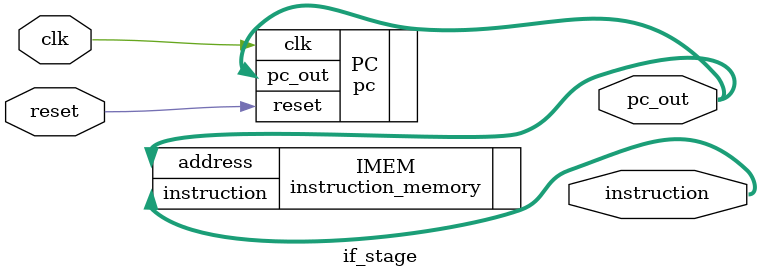
<source format=v>
module if_stage (
    input clk,
    input reset,
    output [31:0] pc_out,
    output [31:0] instruction
);

pc PC (
    .clk(clk),
    .reset(reset),
    .pc_out(pc_out)
);

instruction_memory IMEM (
    .address(pc_out),
    .instruction(instruction)
);

endmodule
</source>
